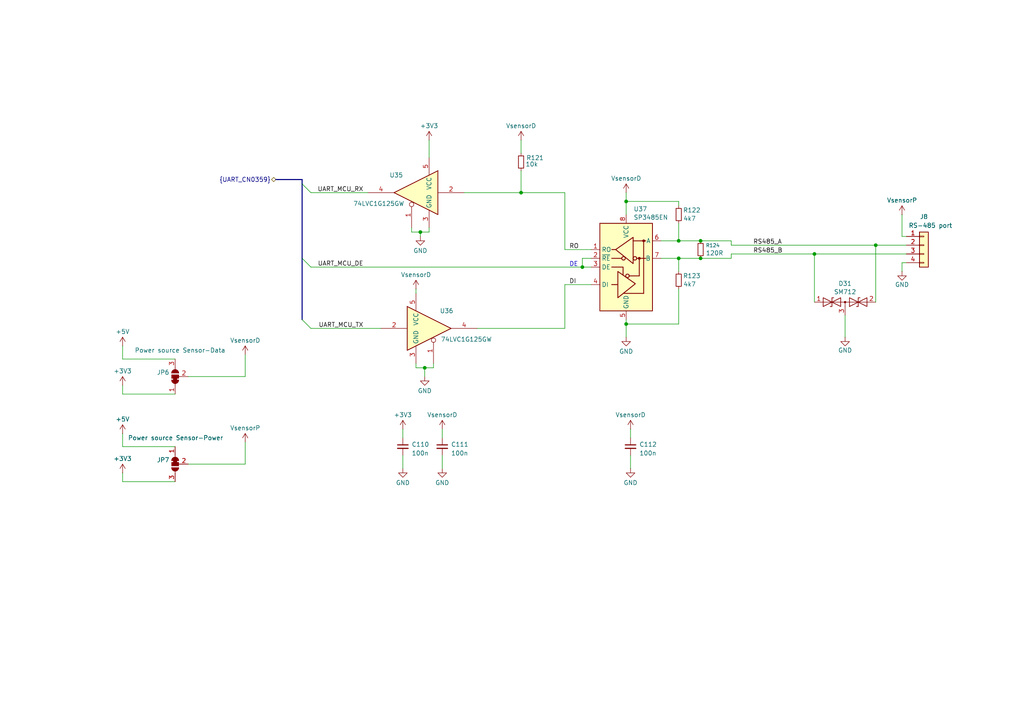
<source format=kicad_sch>
(kicad_sch (version 20250114) (generator "eeschema") (generator_version "9.0")
  (paper "A4")
  (title_block (title "Zoutwachter Measurement-Switch") (date "2025-06-01") (rev "0.3") (company "Avalution Engineering / Pollex"))
  (lib_symbols
    (symbol "74AHC1G125_1"
      (property "Reference" "U?" (at -12.065 -5.715 0))
      (property "Value" "74HC1G125GW" (at -15.24 -3.175 0))
      (symbol "74AHC1G125_1_0_1"
        (polyline (pts (xy -7.62 6.35) (xy -7.62 -6.35) (xy 5.08 0) (xy -7.62 6.35)) (stroke (width 0.254)) (fill (type background)))
      )
      (symbol "74AHC1G125_1_1_1"
        (pin input line (at -15.24 0 0) (length 7.62) (name "~") (number "2"))
        (pin power_in line (at -5.08 10.16 270) (length 5.08) (name "VCC") (number "5"))
        (pin power_in line (at -5.08 -10.16 90) (length 5.08) (name "GND") (number "3"))
        (pin input inverted (at 0 -10.16 90) (length 7.366) (name "~") (number "1"))
        (pin tri_state line (at 12.7 0 180) (length 7.62) (name "~") (number "4"))
      )
    )
    (symbol "Connector_Generic:Conn_01x04" (pin_names (offset 1.016) (hide yes))
      (property "Reference" "J" (at 0 5.08 0))
      (property "Value" "Conn_01x04" (at 0 -7.62 0))
      (symbol "Conn_01x04_1_1"
        (rectangle (start -1.27 3.81) (end 1.27 -6.35) (stroke (width 0.254)) (fill (type background)))
        (rectangle (start -1.27 2.667) (end 0 2.413) (stroke (width 0.1524)))
        (rectangle (start -1.27 0.127) (end 0 -0.127) (stroke (width 0.1524)))
        (rectangle (start -1.27 -2.413) (end 0 -2.667) (stroke (width 0.1524)))
        (rectangle (start -1.27 -4.953) (end 0 -5.207) (stroke (width 0.1524)))
        (pin passive line (at -5.08 2.54 0) (length 3.81) (name "Pin_1") (number "1"))
        (pin passive line (at -5.08 0 0) (length 3.81) (name "Pin_2") (number "2"))
        (pin passive line (at -5.08 -2.54 0) (length 3.81) (name "Pin_3") (number "3"))
        (pin passive line (at -5.08 -5.08 0) (length 3.81) (name "Pin_4") (number "4"))
      )
    )
    (symbol "Device:C_Small" (pin_numbers (hide yes)) (pin_names (offset 0.254) (hide yes))
      (property "Reference" "C" (at 0.254 1.778 0))
      (property "Value" "C_Small" (at 0.254 -2.032 0))
      (symbol "C_Small_0_1"
        (polyline (pts (xy -1.524 0.508) (xy 1.524 0.508)) (stroke (width 0.3048)))
        (polyline (pts (xy -1.524 -0.508) (xy 1.524 -0.508)) (stroke (width 0.3302)))
      )
      (symbol "C_Small_1_1"
        (pin passive line (at 0 2.54 270) (length 2.032) (name "~") (number "1"))
        (pin passive line (at 0 -2.54 90) (length 2.032) (name "~") (number "2"))
      )
    )
    (symbol "Device:R_Small" (pin_numbers (hide yes)) (pin_names (offset 0.254) (hide yes))
      (property "Reference" "R" (at 0 0 90))
      (property "Value" "R_Small" (at 1.778 0 90))
      (symbol "R_Small_0_1"
        (rectangle (start -0.762 1.778) (end 0.762 -1.778) (stroke (width 0.2032)))
      )
      (symbol "R_Small_1_1"
        (pin passive line (at 0 2.54 270) (length 0.762) (name "~") (number "1"))
        (pin passive line (at 0 -2.54 90) (length 0.762) (name "~") (number "2"))
      )
    )
    (symbol "Diode:SM712_SOT23" (pin_names (offset 1.016) (hide yes))
      (property "Reference" "D" (at 0 4.445 0))
      (property "Value" "SM712_SOT23" (at 0 2.54 0))
      (symbol "SM712_SOT23_0_0"
        (polyline (pts (xy 0 -1.27) (xy 0 0)))
      )
      (symbol "SM712_SOT23_0_1"
        (polyline (pts (xy -6.35 0) (xy 6.35 0)))
        (polyline (pts (xy -6.35 -1.27) (xy -1.27 1.27) (xy -1.27 -1.27) (xy -6.35 1.27) (xy -6.35 -1.27)) (stroke (width 0.2032)))
        (polyline (pts (xy -3.302 1.27) (xy -3.81 1.27) (xy -3.81 -1.27) (xy -4.318 -1.27)) (stroke (width 0.2032)))
        (circle (center 0 0) (radius 0.254) (fill (type outline)))
        (polyline (pts (xy 1.27 -1.27) (xy 1.27 1.27) (xy 6.35 -1.27) (xy 6.35 1.27) (xy 1.27 -1.27)) (stroke (width 0.2032)))
        (polyline (pts (xy 4.318 1.27) (xy 3.81 1.27) (xy 3.81 -1.27) (xy 3.302 -1.27)) (stroke (width 0.2032)))
      )
      (symbol "SM712_SOT23_1_1"
        (pin passive line (at -8.89 0 0) (length 2.54) (name "A1") (number "1"))
        (pin input line (at 0 -3.81 90) (length 2.54) (name "common") (number "3"))
        (pin passive line (at 8.89 0 180) (length 2.54) (name "A2") (number "2"))
      )
    )
    (symbol "Interface_UART:SP3485EN"
      (property "Reference" "U" (at -7.62 13.97 0))
      (property "Value" "SP3485EN" (at 1.905 13.97 0))
      (symbol "SP3485EN_0_1"
        (rectangle (start -7.62 12.7) (end 7.62 -12.7) (stroke (width 0.254)) (fill (type background)))
        (polyline (pts (xy -4.191 2.54) (xy -1.27 2.54)) (stroke (width 0.254)))
        (polyline (pts (xy -4.191 0) (xy -0.889 0) (xy -0.889 -2.286)) (stroke (width 0.254)))
        (polyline (pts (xy -3.175 5.08) (xy -4.191 5.08) (xy -4.064 5.08)) (stroke (width 0.254)))
        (polyline (pts (xy -2.54 -5.08) (xy -4.191 -5.08)) (stroke (width 0.254)))
        (polyline (pts (xy -2.413 -5.08) (xy -2.413 -1.27) (xy 2.667 -4.826) (xy -2.413 -8.89) (xy -2.413 -5.08)) (stroke (width 0.254)))
        (polyline (pts (xy -0.635 -7.62) (xy 5.08 -7.62)) (stroke (width 0.254)))
        (circle (center 0.381 -2.54) (radius 0.508) (stroke (width 0.254)))
        (polyline (pts (xy 0.889 -2.54) (xy 3.81 -2.54)) (stroke (width 0.254)))
        (polyline (pts (xy 2.032 7.62) (xy 5.715 7.62)) (stroke (width 0.254)))
        (polyline (pts (xy 3.048 2.54) (xy 5.715 2.54)) (stroke (width 0.254)))
        (circle (center 3.81 2.54) (radius 0.2794) (stroke (width 0.254)) (fill (type outline)))
        (polyline (pts (xy 3.81 -2.54) (xy 3.81 2.54)) (stroke (width 0.254)))
        (polyline (pts (xy 5.08 -7.62) (xy 5.08 7.62)) (stroke (width 0.254)))
      )
      (symbol "SP3485EN_1_1"
        (circle (center -0.762 2.54) (radius 0.508) (stroke (width 0.254)))
        (polyline (pts (xy 2.032 4.826) (xy 2.032 8.636) (xy -3.048 5.08) (xy 2.032 1.016) (xy 2.032 4.826)) (stroke (width 0.254)))
        (circle (center 2.54 2.54) (radius 0.508) (stroke (width 0.254)))
        (circle (center 5.08 7.62) (radius 0.2794) (stroke (width 0.254)) (fill (type outline)))
        (pin output line (at -10.16 5.08 0) (length 2.54) (name "RO") (number "1"))
        (pin input line (at -10.16 2.54 0) (length 2.54) (name "~{RE}") (number "2"))
        (pin input line (at -10.16 0 0) (length 2.54) (name "DE") (number "3"))
        (pin input line (at -10.16 -5.08 0) (length 2.54) (name "DI") (number "4"))
        (pin power_in line (at 0 15.24 270) (length 2.54) (name "VCC") (number "8"))
        (pin power_in line (at 0 -15.24 90) (length 2.54) (name "GND") (number "5"))
        (pin bidirectional line (at 10.16 7.62 180) (length 2.54) (name "A") (number "6"))
        (pin bidirectional line (at 10.16 2.54 180) (length 2.54) (name "B") (number "7"))
      )
    )
    (symbol "Jumper:SolderJumper_3_Bridged12" (pin_names (offset 0) (hide yes)) (in_bom no)
      (property "Reference" "JP" (at -2.54 -2.54 0))
      (property "Value" "SolderJumper_3_Bridged12" (at 0 2.794 0))
      (symbol "SolderJumper_3_Bridged12_0_1"
        (polyline (pts (xy -2.54 0) (xy -2.032 0)))
        (polyline (pts (xy -1.016 1.016) (xy -1.016 -1.016)))
        (rectangle (start -1.016 0.508) (end -0.508 -0.508) (fill (type outline)))
        (arc (start -1.016 -1.016) (mid -2.0276 0) (end -1.016 1.016))
        (arc (start -1.016 -1.016) (mid -2.0276 0) (end -1.016 1.016) (fill (type outline)))
        (rectangle (start -0.508 1.016) (end 0.508 -1.016) (fill (type outline)))
        (polyline (pts (xy 0 -1.27) (xy 0 -1.016)))
        (arc (start 1.016 1.016) (mid 2.0276 0) (end 1.016 -1.016))
        (arc (start 1.016 1.016) (mid 2.0276 0) (end 1.016 -1.016) (fill (type outline)))
        (polyline (pts (xy 1.016 1.016) (xy 1.016 -1.016)))
        (polyline (pts (xy 2.54 0) (xy 2.032 0)))
      )
      (symbol "SolderJumper_3_Bridged12_1_1"
        (pin passive line (at -5.08 0 0) (length 2.54) (name "A") (number "1"))
        (pin passive line (at 0 -3.81 90) (length 2.54) (name "C") (number "2"))
        (pin passive line (at 5.08 0 180) (length 2.54) (name "B") (number "3"))
      )
    )
    (symbol "custom_library:VsensorD" (power) (pin_numbers (hide yes)) (pin_names (offset 0) (hide yes))
      (property "Value" "VsensorD" (at 0 3.556 0))
      (symbol "VsensorD_0_1"
        (polyline (pts (xy -0.762 1.27) (xy 0 2.54)))
        (polyline (pts (xy 0 2.54) (xy 0.762 1.27)))
        (polyline (pts (xy 0 0) (xy 0 2.54)))
      )
      (symbol "VsensorD_1_1"
        (pin power_in line (at 0 0 90) (length 0) (name "VsensorD") (number "1"))
      )
    )
    (symbol "custom_library:VsensorP" (power) (pin_numbers (hide yes)) (pin_names (offset 0) (hide yes))
      (property "Value" "VsensorP" (at 0 4.1331 0))
      (symbol "VsensorP_0_1"
        (polyline (pts (xy -0.762 1.27) (xy 0 2.54)))
        (polyline (pts (xy 0 2.54) (xy 0.762 1.27)))
        (polyline (pts (xy 0 0) (xy 0 2.54)))
      )
      (symbol "VsensorP_1_1"
        (pin power_in line (at 0 0 90) (length 0) (name "VsensorP") (number "1"))
      )
    )
    (symbol "power:+3V3" (power) (pin_numbers (hide yes)) (pin_names (offset 0) (hide yes))
      (property "Value" "+3V3" (at 0 3.556 0))
      (symbol "+3V3_0_1"
        (polyline (pts (xy -0.762 1.27) (xy 0 2.54)))
        (polyline (pts (xy 0 2.54) (xy 0.762 1.27)))
        (polyline (pts (xy 0 0) (xy 0 2.54)))
      )
      (symbol "+3V3_1_1"
        (pin power_in line (at 0 0 90) (length 0) (name "~") (number "1"))
      )
    )
    (symbol "power:+5V" (power) (pin_numbers (hide yes)) (pin_names (offset 0) (hide yes))
      (property "Value" "+5V" (at 0 3.556 0))
      (symbol "+5V_0_1"
        (polyline (pts (xy -0.762 1.27) (xy 0 2.54)))
        (polyline (pts (xy 0 2.54) (xy 0.762 1.27)))
        (polyline (pts (xy 0 0) (xy 0 2.54)))
      )
      (symbol "+5V_1_1"
        (pin power_in line (at 0 0 90) (length 0) (name "~") (number "1"))
      )
    )
    (symbol "power:GND" (power) (pin_numbers (hide yes)) (pin_names (offset 0) (hide yes))
      (property "Value" "GND" (at 0 -3.81 0))
      (symbol "GND_0_1"
        (polyline (pts (xy 0 0) (xy 0 -1.27) (xy 1.27 -1.27) (xy 0 -2.54) (xy -1.27 -1.27) (xy 0 -1.27)))
      )
      (symbol "GND_1_1"
        (pin power_in line (at 0 0 270) (length 0) (name "~") (number "1"))
      )
    )
  )
  (text "DE" (at 165.1 77.47 0) (effects (font (size 1.27 1.27)) (justify left bottom)))
  (junction (at 196.85 69.85))
  (junction (at 196.85 74.93))
  (junction (at 181.61 58.42))
  (junction (at 203.2 74.93))
  (junction (at 168.91 77.47))
  (junction (at 254 71.12))
  (junction (at 203.2 69.85))
  (junction (at 236.22 73.66))
  (junction (at 181.61 93.98))
  (junction (at 121.92 67.31))
  (junction (at 151.13 55.88))
  (junction (at 123.19 106.68))
  (bus_entry (at 87.63 74.93) (size 2.54 2.54))
  (bus_entry (at 87.63 53.34) (size 2.54 2.54))
  (bus_entry (at 87.63 92.71) (size 2.54 2.54))
  (wire (pts (xy 196.85 59.69) (xy 196.85 58.42)))
  (wire (pts (xy 181.61 93.98) (xy 181.61 97.79)))
  (wire (pts (xy 196.85 74.93) (xy 196.85 78.74)))
  (wire (pts (xy 182.88 132.08) (xy 182.88 135.89)))
  (wire (pts (xy 181.61 58.42) (xy 181.61 62.23)))
  (wire (pts (xy 261.62 78.74) (xy 261.62 76.2)))
  (bus (pts (xy 87.63 74.93) (xy 87.63 92.71)))
  (wire (pts (xy 261.62 76.2) (xy 262.89 76.2)))
  (wire (pts (xy 163.83 55.88) (xy 163.83 72.39)))
  (wire (pts (xy 116.84 132.08) (xy 116.84 135.89)))
  (wire (pts (xy 254 71.12) (xy 254 87.63)))
  (wire (pts (xy 196.85 69.85) (xy 203.2 69.85)))
  (wire (pts (xy 261.62 68.58) (xy 262.89 68.58)))
  (wire (pts (xy 182.88 124.46) (xy 182.88 127)))
  (wire (pts (xy 254 71.12) (xy 262.89 71.12)))
  (wire (pts (xy 121.92 67.31) (xy 124.46 67.31)))
  (wire (pts (xy 35.56 111.76) (xy 35.56 114.3)))
  (wire (pts (xy 168.91 74.93) (xy 168.91 77.47)))
  (wire (pts (xy 128.27 132.08) (xy 128.27 135.89)))
  (wire (pts (xy 116.84 124.46) (xy 116.84 127)))
  (wire (pts (xy 168.91 77.47) (xy 171.45 77.47)))
  (wire (pts (xy 191.77 74.93) (xy 196.85 74.93)))
  (wire (pts (xy 71.12 102.87) (xy 71.12 109.22)))
  (bus (pts (xy 87.63 52.07) (xy 87.63 53.34)))
  (wire (pts (xy 196.85 64.77) (xy 196.85 69.85)))
  (wire (pts (xy 163.83 95.25) (xy 163.83 82.55)))
  (wire (pts (xy 181.61 92.71) (xy 181.61 93.98)))
  (wire (pts (xy 35.56 100.33) (xy 35.56 104.14)))
  (wire (pts (xy 124.46 45.72) (xy 124.46 40.64)))
  (wire (pts (xy 138.43 95.25) (xy 163.83 95.25)))
  (wire (pts (xy 120.65 106.68) (xy 123.19 106.68)))
  (wire (pts (xy 261.62 62.23) (xy 261.62 68.58)))
  (wire (pts (xy 262.89 73.66) (xy 236.22 73.66)))
  (wire (pts (xy 120.65 105.41) (xy 120.65 106.68)))
  (wire (pts (xy 151.13 40.64) (xy 151.13 44.45)))
  (wire (pts (xy 134.62 55.88) (xy 151.13 55.88)))
  (wire (pts (xy 212.09 71.12) (xy 212.09 69.85)))
  (wire (pts (xy 120.65 83.82) (xy 120.65 85.09)))
  (wire (pts (xy 71.12 134.62) (xy 54.61 134.62)))
  (wire (pts (xy 212.09 73.66) (xy 212.09 74.93)))
  (wire (pts (xy 212.09 71.12) (xy 254 71.12)))
  (wire (pts (xy 196.85 58.42) (xy 181.61 58.42)))
  (wire (pts (xy 71.12 109.22) (xy 54.61 109.22)))
  (wire (pts (xy 212.09 73.66) (xy 236.22 73.66)))
  (wire (pts (xy 196.85 93.98) (xy 181.61 93.98)))
  (wire (pts (xy 125.73 106.68) (xy 125.73 105.41)))
  (wire (pts (xy 35.56 129.54) (xy 50.8 129.54)))
  (wire (pts (xy 236.22 73.66) (xy 236.22 87.63)))
  (wire (pts (xy 196.85 83.82) (xy 196.85 93.98)))
  (wire (pts (xy 35.56 137.16) (xy 35.56 139.7)))
  (wire (pts (xy 35.56 114.3) (xy 50.8 114.3)))
  (wire (pts (xy 151.13 49.53) (xy 151.13 55.88)))
  (wire (pts (xy 203.2 69.85) (xy 212.09 69.85)))
  (wire (pts (xy 35.56 104.14) (xy 50.8 104.14)))
  (wire (pts (xy 121.92 67.31) (xy 121.92 68.58)))
  (wire (pts (xy 123.19 109.22) (xy 123.19 106.68)))
  (wire (pts (xy 90.17 77.47) (xy 168.91 77.47)))
  (wire (pts (xy 35.56 139.7) (xy 50.8 139.7)))
  (bus (pts (xy 80.01 52.07) (xy 87.63 52.07)))
  (wire (pts (xy 168.91 74.93) (xy 171.45 74.93)))
  (wire (pts (xy 151.13 55.88) (xy 163.83 55.88)))
  (wire (pts (xy 71.12 128.27) (xy 71.12 134.62)))
  (wire (pts (xy 191.77 69.85) (xy 196.85 69.85)))
  (bus (pts (xy 87.63 74.93) (xy 87.63 53.34)))
  (wire (pts (xy 123.19 106.68) (xy 125.73 106.68)))
  (wire (pts (xy 35.56 125.73) (xy 35.56 129.54)))
  (wire (pts (xy 90.17 55.88) (xy 106.68 55.88)))
  (wire (pts (xy 181.61 55.88) (xy 181.61 58.42)))
  (wire (pts (xy 124.46 66.04) (xy 124.46 67.31)))
  (wire (pts (xy 163.83 82.55) (xy 171.45 82.55)))
  (wire (pts (xy 245.11 91.44) (xy 245.11 97.79)))
  (wire (pts (xy 121.92 67.31) (xy 119.38 67.31)))
  (wire (pts (xy 163.83 72.39) (xy 171.45 72.39)))
  (wire (pts (xy 128.27 124.46) (xy 128.27 127)))
  (wire (pts (xy 119.38 67.31) (xy 119.38 66.04)))
  (wire (pts (xy 196.85 74.93) (xy 203.2 74.93)))
  (wire (pts (xy 90.17 95.25) (xy 110.49 95.25)))
  (wire (pts (xy 212.09 74.93) (xy 203.2 74.93)))
  (label "UART_MCU_DE" (at 105.41 77.47 180))
  (label "RO" (at 165.1 72.39 0))
  (label "DI" (at 165.1 82.55 0))
  (label "UART_MCU_TX" (at 105.41 95.25 180))
  (label "RS485_B" (at 218.44 73.66 0))
  (label "UART_MCU_RX" (at 105.41 55.88 180))
  (label "RS485_A" (at 218.44 71.12 0))
  (hierarchical_label "{UART_CN0359}" (shape bidirectional) (at 80.01 52.07 180))
  (symbol (lib_id "Device:C_Small") (at 128.27 129.54 0) (unit 1)
    (property "Reference" "C111" (at 130.81 128.905 0) (effects (justify left)))
    (property "Value" "100n" (at 130.81 131.445 0) (effects (justify left)))
    (property "Footprint" "Capacitor_SMD:C_0603_1608Metric" (effects (hide yes)))
    (property "LCSC MFR" "YAGEO" (effects (hide yes)))
    (property "LCSC MFR #" "CC0603KRX7R9BB104" (effects (hide yes)))
    (property "LCSC Part #" "C14663" (effects (hide yes)))
  )
  (symbol (lib_id "power:+5V") (at 35.56 125.73 0) (unit 1)
    (property "Reference" "#PWR049" (effects (hide yes)))
    (property "Value" "+5V" (at 35.56 121.5969 0))
  )
  (symbol (lib_id "custom_library:VsensorD") (at 128.27 124.46 0) (unit 1)
    (property "Reference" "#PWR36" (effects (hide yes)))
    (property "Value" "VsensorD" (at 128.27 120.3269 0))
    (property "Description" "Power symbol creates a global label with name \"VsensorD\"" (effects (hide yes)))
  )
  (symbol (lib_id "custom_library:VsensorD") (at 120.65 83.82 0) (unit 1)
    (property "Reference" "#PWR35" (effects (hide yes)))
    (property "Value" "VsensorD" (at 120.65 79.6869 0))
    (property "Description" "Power symbol creates a global label with name \"VsensorD\"" (effects (hide yes)))
  )
  (symbol (lib_id "power:GND") (at 123.19 109.22 0) (unit 1)
    (property "Reference" "#PWR034" (effects (hide yes)))
    (property "Value" "GND" (at 123.19 113.3531 0))
  )
  (symbol (lib_id "power:GND") (at 182.88 135.89 0) (unit 1)
    (property "Reference" "#PWR040" (effects (hide yes)))
    (property "Value" "GND" (at 182.88 140.0231 0))
  )
  (symbol (lib_id "power:+3V3") (at 35.56 137.16 0) (unit 1)
    (property "Reference" "#PWR055" (effects (hide yes)))
    (property "Value" "+3V3" (at 35.56 133.0269 0))
    (property "Description" "Power symbol creates a global label with name \"+3V3\"" (effects (hide yes)))
  )
  (symbol (lib_id "power:GND") (at 245.11 97.79 0) (unit 1)
    (property "Reference" "#PWR026" (effects (hide yes)))
    (property "Value" "GND" (at 245.11 101.6 0))
  )
  (symbol (lib_id "power:GND") (at 261.62 78.74 0) (unit 1)
    (property "Reference" "#PWR05" (effects (hide yes)))
    (property "Value" "GND" (at 261.62 82.55 0))
  )
  (symbol (lib_id "power:+3V3") (at 124.46 40.64 0) (unit 1)
    (property "Reference" "#PWR032" (effects (hide yes)))
    (property "Value" "+3V3" (at 124.46 36.5069 0))
    (property "Description" "Power symbol creates a global label with name \"+3V3\"" (effects (hide yes)))
  )
  (symbol (lib_id "Interface_UART:SP3485EN") (at 181.61 77.47 0) (unit 1)
    (property "Reference" "U37" (at 183.7533 60.6255 0) (effects (justify left)))
    (property "Value" "SP3485EN" (at 183.7533 63.0498 0) (effects (justify left)))
    (property "Footprint" "Package_SO:SOIC-8_3.9x4.9mm_P1.27mm" (effects (hide yes)))
    (property "Datasheet" "http://www.icbase.com/pdf/SPX/SPX00480106.pdf" (effects (hide yes)))
    (property "Description" "Industrial 3.3V Low Power Half-Duplex RS-485 Transceiver 10Mbps, SOIC-8" (effects (hide yes)))
    (property "LCSC MFR" "MaxLinear" (effects (hide yes)))
    (property "LCSC MFR #" "SP3485EN-L/TR" (effects (hide yes)))
    (property "LCSC Part #" "C8963" (effects (hide yes)))
  )
  (symbol (lib_id "Connector_Generic:Conn_01x04") (at 267.97 71.12 0) (unit 1)
    (property "Reference" "J8" (at 267.97 62.865 0))
    (property "Value" "RS-485 port" (at 269.875 65.405 0))
    (property "Footprint" "custom_library_FP:DEALON DW254S-22-04-85 SMD 2x2pin 2.54mm straight" (effects (hide yes)))
    (property "LCSC MFR" "DEALON" (effects (hide yes)))
    (property "LCSC MFR #" "DW254S-22-04-85" (effects (hide yes)))
    (property "LCSC Part #" "C5160817" (effects (hide yes)))
  )
  (symbol (lib_id "Device:C_Small") (at 182.88 129.54 0) (unit 1)
    (property "Reference" "C112" (at 185.42 128.905 0) (effects (justify left)))
    (property "Value" "100n" (at 185.42 131.445 0) (effects (justify left)))
    (property "Footprint" "Capacitor_SMD:C_0603_1608Metric" (effects (hide yes)))
    (property "LCSC MFR" "YAGEO" (effects (hide yes)))
    (property "LCSC MFR #" "CC0603KRX7R9BB104" (effects (hide yes)))
    (property "LCSC Part #" "C14663" (effects (hide yes)))
  )
  (symbol (lib_name "74AHC1G125_1") (lib_id "74xGxx:74AHC1G125") (at 119.38 55.88 0) (mirror y) (unit 1)
    (property "Reference" "U35" (at 114.935 50.8 0))
    (property "Value" "74LVC1G125GW" (at 109.855 59.055 0))
    (property "Footprint" "Package_TO_SOT_SMD:SOT-353_SC-70-5" (effects (hide yes)))
    (property "Datasheet" "https://assets.nexperia.com/documents/data-sheet/74HC_HCT1G125.pdf" (effects (hide yes)))
    (property "Description" "Single Buffer Gate Tri-State, Low-Voltage CMOS" (effects (hide yes)))
    (property "LCSC MFR" "Nexperia" (effects (hide yes)))
    (property "LCSC MFR #" "74LVC1G125GW,125" (effects (hide yes)))
    (property "LCSC Part #" "C12519" (effects (hide yes)))
  )
  (symbol (lib_id "custom_library:VsensorD") (at 151.13 40.64 0) (unit 1)
    (property "Reference" "#PWR28" (effects (hide yes)))
    (property "Value" "VsensorD" (at 151.13 36.5069 0))
    (property "Description" "Power symbol creates a global label with name \"VsensorD\"" (effects (hide yes)))
  )
  (symbol (lib_name "74AHC1G125_1") (lib_id "74xGxx:74AHC1G125") (at 125.73 95.25 0) (unit 1)
    (property "Reference" "U36" (at 129.54 90.17 0))
    (property "Value" "74LVC1G125GW" (at 135.255 98.425 0))
    (property "Footprint" "Package_TO_SOT_SMD:SOT-353_SC-70-5" (effects (hide yes)))
    (property "Datasheet" "https://assets.nexperia.com/documents/data-sheet/74HC_HCT1G125.pdf" (effects (hide yes)))
    (property "Description" "Single Buffer Gate Tri-State, Low-Voltage CMOS" (effects (hide yes)))
    (property "LCSC MFR" "Nexperia" (effects (hide yes)))
    (property "LCSC MFR #" "74LVC1G125GW" (effects (hide yes)))
    (property "LCSC Part #" "C12519" (effects (hide yes)))
  )
  (symbol (lib_id "custom_library:VsensorD") (at 181.61 55.88 0) (unit 1)
    (property "Reference" "#PWR8" (effects (hide yes)))
    (property "Value" "VsensorD" (at 181.61 51.7469 0))
    (property "Description" "Power symbol creates a global label with name \"VsensorD\"" (effects (hide yes)))
  )
  (symbol (lib_id "custom_library:VsensorP") (at 71.12 128.27 0) (unit 1)
    (property "Reference" "#PWR56" (effects (hide yes)))
    (property "Value" "VsensorP" (at 71.12 124.1369 0))
    (property "Description" "Power symbol creates a global label with name \"VsensorP\"" (effects (hide yes)))
  )
  (symbol (lib_id "Diode:SM712_SOT23") (at 245.11 87.63 0) (unit 1)
    (property "Reference" "D31" (at 245.11 82.2409 0))
    (property "Value" "SM712" (at 245.11 84.6652 0))
    (property "Footprint" "Package_TO_SOT_SMD:SOT-23" (effects (hide yes)))
    (property "Datasheet" "https://eu.mouser.com/datasheet/2/761/SEMT_S_A0003609968_1-2576005.pdf" (effects (hide yes)))
    (property "Description" "7V/12V, 400W Asymmetrical TVS Diode Array, SOT-23" (effects (hide yes)))
    (property "LCSC MFR" "SEMTECH" (effects (hide yes)))
    (property "LCSC MFR #" "SM712.TCT" (effects (hide yes)))
    (property "LCSC Part #" "C12067" (effects (hide yes)))
  )
  (symbol (lib_id "power:GND") (at 128.27 135.89 0) (unit 1)
    (property "Reference" "#PWR038" (effects (hide yes)))
    (property "Value" "GND" (at 128.27 140.0231 0))
  )
  (symbol (lib_id "custom_library:VsensorD") (at 182.88 124.46 0) (unit 1)
    (property "Reference" "#PWR43" (effects (hide yes)))
    (property "Value" "VsensorD" (at 182.88 120.3269 0))
    (property "Description" "Power symbol creates a global label with name \"VsensorD\"" (effects (hide yes)))
  )
  (symbol (lib_id "power:+5V") (at 35.56 100.33 0) (unit 1)
    (property "Reference" "#PWR019" (effects (hide yes)))
    (property "Value" "+5V" (at 35.56 96.1969 0))
  )
  (symbol (lib_id "Jumper:SolderJumper_3_Bridged12") (at 50.8 109.22 90) (unit 1) (in_bom no)
    (property "Reference" "JP6" (at 49.1491 108.0078 90) (effects (justify left)))
    (property "Value" "Power source Sensor-Data" (at 65.405 101.6 90) (effects (justify left)))
    (property "Footprint" "Jumper:SolderJumper-3_P1.3mm_Bridged12_RoundedPad1.0x1.5mm" (effects (hide yes)))
    (property "Description" "3-pole Solder Jumper, pins 1+2 closed/bridged" (effects (hide yes)))
  )
  (symbol (lib_id "Jumper:SolderJumper_3_Bridged12") (at 50.8 134.62 90) (mirror x) (unit 1) (in_bom no)
    (property "Reference" "JP7" (at 49.149 133.4078 90) (effects (justify left)))
    (property "Value" "Power source Sensor-Power" (at 64.77 127 90) (effects (justify left)))
    (property "Footprint" "Jumper:SolderJumper-3_P1.3mm_Bridged12_RoundedPad1.0x1.5mm" (effects (hide yes)))
    (property "Description" "3-pole Solder Jumper, pins 1+2 closed/bridged" (effects (hide yes)))
  )
  (symbol (lib_id "Device:R_Small") (at 196.85 81.28 0) (unit 1)
    (property "Reference" "R123" (at 200.66 80.01 0))
    (property "Value" "4k7" (at 200.025 82.4342 0))
    (property "Footprint" "Resistor_SMD:R_0603_1608Metric" (effects (hide yes)))
    (property "LCSC MFR" "UNI-ROYAL(Uniroyal Elec)" (effects (hide yes)))
    (property "LCSC MFR #" "0603WAF4701T5E" (effects (hide yes)))
    (property "LCSC Part #" "C23162" (effects (hide yes)))
  )
  (symbol (lib_id "power:+3V3") (at 35.56 111.76 0) (unit 1)
    (property "Reference" "#PWR022" (effects (hide yes)))
    (property "Value" "+3V3" (at 35.56 107.6269 0))
    (property "Description" "Power symbol creates a global label with name \"+3V3\"" (effects (hide yes)))
  )
  (symbol (lib_id "Device:R_Small") (at 203.2 72.39 0) (unit 1)
    (property "Reference" "R124" (at 204.6986 71.1778 0) (effects (font (size 1.016 1.016)) (justify left)))
    (property "Value" "120R" (at 204.6986 73.3977 0) (effects (justify left)))
    (property "Footprint" "Resistor_SMD:R_0603_1608Metric" (effects (hide yes)))
    (property "Description" "Resistor, small symbol" (effects (hide yes)))
    (property "LCSC MFR" "UNI-ROYAL(Uniroyal Elec)" (effects (hide yes)))
    (property "LCSC MFR #" "0603WAF1200T5E" (effects (hide yes)))
    (property "LCSC Part #" "C22787" (effects (hide yes)))
  )
  (symbol (lib_id "power:GND") (at 181.61 97.79 0) (unit 1)
    (property "Reference" "#PWR09" (effects (hide yes)))
    (property "Value" "GND" (at 181.61 101.9231 0))
  )
  (symbol (lib_id "power:GND") (at 121.92 68.58 0) (unit 1)
    (property "Reference" "#PWR033" (effects (hide yes)))
    (property "Value" "GND" (at 121.92 72.7131 0))
  )
  (symbol (lib_id "custom_library:VsensorD") (at 71.12 102.87 0) (unit 1)
    (property "Reference" "#PWR23" (effects (hide yes)))
    (property "Value" "VsensorD" (at 71.12 98.7369 0))
    (property "Description" "Power symbol creates a global label with name \"VsensorD\"" (effects (hide yes)))
  )
  (symbol (lib_id "Device:R_Small") (at 196.85 62.23 0) (unit 1)
    (property "Reference" "R122" (at 200.66 60.96 0))
    (property "Value" "4k7" (at 200.025 63.3842 0))
    (property "Footprint" "Resistor_SMD:R_0603_1608Metric" (effects (hide yes)))
    (property "LCSC MFR" "UNI-ROYAL(Uniroyal Elec)" (effects (hide yes)))
    (property "LCSC MFR #" "0603WAF4701T5E" (effects (hide yes)))
    (property "LCSC Part #" "C23162" (effects (hide yes)))
  )
  (symbol (lib_id "Device:C_Small") (at 116.84 129.54 0) (unit 1)
    (property "Reference" "C110" (at 119.38 128.905 0) (effects (justify left)))
    (property "Value" "100n" (at 119.38 131.445 0) (effects (justify left)))
    (property "Footprint" "Capacitor_SMD:C_0603_1608Metric" (effects (hide yes)))
    (property "LCSC MFR" "YAGEO" (effects (hide yes)))
    (property "LCSC MFR #" "CC0603KRX7R9BB104" (effects (hide yes)))
    (property "LCSC Part #" "C14663" (effects (hide yes)))
  )
  (symbol (lib_id "power:GND") (at 116.84 135.89 0) (unit 1)
    (property "Reference" "#PWR037" (effects (hide yes)))
    (property "Value" "GND" (at 116.84 140.0231 0))
  )
  (symbol (lib_id "Device:R_Small") (at 151.13 46.99 0) (unit 1)
    (property "Reference" "R121" (at 152.6286 45.7779 0) (effects (justify left)))
    (property "Value" "10k" (at 152.4 47.625 0) (effects (justify left)))
    (property "Footprint" "Resistor_SMD:R_0603_1608Metric" (effects (hide yes)))
    (property "LCSC MFR" "UNI-ROYAL(Uniroyal Elec)" (effects (hide yes)))
    (property "LCSC MFR #" "0603WAF1002T5E" (effects (hide yes)))
    (property "LCSC Part #" "C25804" (effects (hide yes)))
  )
  (symbol (lib_id "power:+3V3") (at 116.84 124.46 0) (unit 1)
    (property "Reference" "#PWR048" (effects (hide yes)))
    (property "Value" "+3V3" (at 116.84 120.3269 0))
    (property "Description" "Power symbol creates a global label with name \"+3V3\"" (effects (hide yes)))
  )
  (symbol (lib_id "custom_library:VsensorP") (at 261.62 62.23 0) (unit 1)
    (property "Reference" "#PWR4" (effects (hide yes)))
    (property "Value" "VsensorP" (at 261.62 58.0969 0))
    (property "Description" "Power symbol creates a global label with name \"VsensorP\"" (effects (hide yes)))
  )
)
</source>
